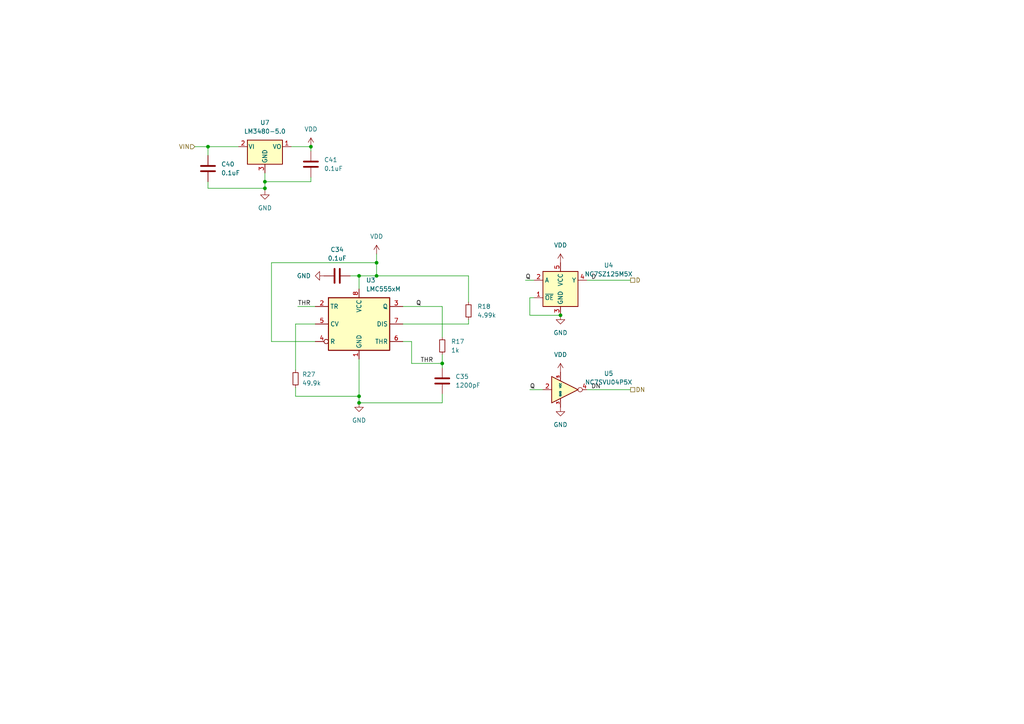
<source format=kicad_sch>
(kicad_sch (version 20211123) (generator eeschema)
  (paper "A4")
  (lib_symbols
    (symbol "74xGxx:NC7SVU04P5X"
      (property "Reference" "U" (at -2.54 5.08 0))
      (property "Value" "NC7SVU04P5X" (at 7.62 5.08 0))
      (symbol "NC7SVU04P5X_0_1"
        (polyline (pts (xy -2.54 3.81) (xy -2.54 -3.81) (xy 5.08 0) (xy -2.54 3.81)) (stroke (width 0.254)) (fill (type background)))
        (circle (center 5.715 0) (radius 0.635))
      )
      (symbol "NC7SVU04P5X_1_1"
        (pin no_connect line (at 5.08 0 180) (length 2.54) hide (name "NC") (number "1"))
        (pin input line (at -5.08 0 0) (length 2.54) (name "~") (number "2"))
        (pin power_in line (at 0 -5.08 90) (length 2.54) (name "GND") (number "3"))
        (pin output line (at 7.62 0 180) (length 1.27) (name "~") (number "4"))
        (pin power_in line (at 0 5.08 270) (length 2.54) (name "VCC") (number "5"))
      )
    )
    (symbol "74xGxx:NC7SZ125M5X"
      (property "Reference" "U" (at -5.08 6.35 0))
      (property "Value" "NC7SZ125M5X" (at 7.62 6.35 0))
      (symbol "NC7SZ125M5X_0_1"
        (rectangle (start -5.08 5.08) (end 5.08 -5.08) (stroke (width 0.254)) (fill (type background)))
      )
      (symbol "NC7SZ125M5X_1_1"
        (pin input line (at -7.62 -2.54 0) (length 2.54) (name "~{OE}") (number "1"))
        (pin input line (at -7.62 2.54 0) (length 2.54) (name "A") (number "2"))
        (pin power_in line (at 0 -7.62 90) (length 2.54) (name "GND") (number "3"))
        (pin output line (at 7.62 2.54 180) (length 2.54) (name "Y") (number "4"))
        (pin power_in line (at 0 7.62 270) (length 2.54) (name "VCC") (number "5"))
      )
    )
    (symbol "Device:C" (pin_numbers hide) (pin_names (offset 0.254))
      (property "Reference" "C" (at 0.635 2.54 0))
      (property "Value" "C" (at 0.635 -2.54 0))
      (symbol "C_0_1"
        (polyline (pts (xy -2.032 -0.762) (xy 2.032 -0.762)) (stroke (width 0.508)))
        (polyline (pts (xy -2.032 0.762) (xy 2.032 0.762)) (stroke (width 0.508)))
      )
      (symbol "C_1_1"
        (pin passive line (at 0 3.81 270) (length 2.794) (name "~") (number "1"))
        (pin passive line (at 0 -3.81 90) (length 2.794) (name "~") (number "2"))
      )
    )
    (symbol "Device:R_Small" (pin_numbers hide) (pin_names (offset 0.254) hide)
      (property "Reference" "R" (at 0.762 0.508 0))
      (property "Value" "R_Small" (at 0.762 -1.016 0))
      (symbol "R_Small_0_1"
        (rectangle (start -0.762 1.778) (end 0.762 -1.778) (stroke (width 0.2032)))
      )
      (symbol "R_Small_1_1"
        (pin passive line (at 0 2.54 270) (length 0.762) (name "~") (number "1"))
        (pin passive line (at 0 -2.54 90) (length 0.762) (name "~") (number "2"))
      )
    )
    (symbol "Regulator_Linear:LM3480-5.0" (pin_names (offset 0.254))
      (property "Reference" "U" (at -3.81 3.175 0))
      (property "Value" "LM3480-5.0" (at 0 3.175 0))
      (symbol "LM3480-5.0_0_1"
        (rectangle (start -5.08 1.905) (end 5.08 -5.08) (stroke (width 0.254)) (fill (type background)))
      )
      (symbol "LM3480-5.0_1_1"
        (pin power_out line (at 7.62 0 180) (length 2.54) (name "VO") (number "1"))
        (pin power_in line (at -7.62 0 0) (length 2.54) (name "VI") (number "2"))
        (pin power_in line (at 0 -7.62 90) (length 2.54) (name "GND") (number "3"))
      )
    )
    (symbol "Timer:LMC555xM"
      (property "Reference" "U" (at -10.16 8.89 0))
      (property "Value" "LMC555xM" (at 2.54 8.89 0))
      (symbol "LMC555xM_0_0"
        (pin power_in line (at 0 -10.16 90) (length 2.54) (name "GND") (number "1"))
        (pin power_in line (at 0 10.16 270) (length 2.54) (name "VCC") (number "8"))
      )
      (symbol "LMC555xM_0_1"
        (rectangle (start -8.89 -7.62) (end 8.89 7.62) (stroke (width 0.254)) (fill (type background)))
        (rectangle (start -8.89 -7.62) (end 8.89 7.62) (stroke (width 0.254)) (fill (type background)))
      )
      (symbol "LMC555xM_1_1"
        (pin input line (at -12.7 5.08 0) (length 3.81) (name "TR") (number "2"))
        (pin output line (at 12.7 5.08 180) (length 3.81) (name "Q") (number "3"))
        (pin input inverted (at -12.7 -5.08 0) (length 3.81) (name "R") (number "4"))
        (pin input line (at -12.7 0 0) (length 3.81) (name "CV") (number "5"))
        (pin input line (at 12.7 -5.08 180) (length 3.81) (name "THR") (number "6"))
        (pin input line (at 12.7 0 180) (length 3.81) (name "DIS") (number "7"))
      )
    )
    (symbol "power:GND" (power) (pin_names (offset 0))
      (property "Value" "GND" (at 0 -3.81 0))
      (symbol "GND_0_1"
        (polyline (pts (xy 0 0) (xy 0 -1.27) (xy 1.27 -1.27) (xy 0 -2.54) (xy -1.27 -1.27) (xy 0 -1.27)))
      )
      (symbol "GND_1_1"
        (pin power_in line (at 0 0 270) (length 0) hide (name "GND") (number "1"))
      )
    )
    (symbol "power:VDD" (power) (pin_names (offset 0))
      (property "Value" "VDD" (at 0 3.81 0))
      (symbol "VDD_0_1"
        (polyline (pts (xy -0.762 1.27) (xy 0 2.54)))
        (polyline (pts (xy 0 0) (xy 0 2.54)))
        (polyline (pts (xy 0 2.54) (xy 0.762 1.27)))
      )
      (symbol "VDD_1_1"
        (pin power_in line (at 0 0 90) (length 0) hide (name "VDD") (number "1"))
      )
    )
  )
  (junction (at 76.835 54.61))
  (junction (at 104.14 114.935))
  (junction (at 76.835 52.705))
  (junction (at 90.17 42.545))
  (junction (at 104.14 116.84))
  (junction (at 128.27 105.41))
  (junction (at 60.325 42.545))
  (junction (at 104.14 80.01))
  (junction (at 109.22 80.01))
  (junction (at 162.56 91.44))
  (junction (at 109.22 76.2))
  (wire (pts (xy 128.27 116.84) (xy 128.27 114.3)))
  (wire (pts (xy 90.17 52.705) (xy 76.835 52.705)))
  (wire (pts (xy 119.38 105.41) (xy 128.27 105.41)))
  (wire (pts (xy 60.325 42.545) (xy 69.215 42.545)))
  (wire (pts (xy 90.17 42.545) (xy 90.17 43.815)))
  (wire (pts (xy 78.74 76.2) (xy 109.22 76.2)))
  (wire (pts (xy 104.14 116.84) (xy 128.27 116.84)))
  (wire (pts (xy 119.38 99.06) (xy 119.38 105.41)))
  (wire (pts (xy 60.325 52.705) (xy 60.325 54.61)))
  (wire (pts (xy 60.325 54.61) (xy 76.835 54.61)))
  (wire (pts (xy 153.67 113.03) (xy 157.48 113.03)))
  (wire (pts (xy 60.325 42.545) (xy 60.325 45.085)))
  (wire (pts (xy 128.27 105.41) (xy 128.27 106.68)))
  (wire (pts (xy 76.835 50.165) (xy 76.835 52.705)))
  (wire (pts (xy 85.725 107.315) (xy 85.725 93.98)))
  (wire (pts (xy 128.27 97.79) (xy 128.27 88.9)))
  (wire (pts (xy 109.22 76.2) (xy 109.22 80.01)))
  (wire (pts (xy 85.725 112.395) (xy 85.725 114.935)))
  (wire (pts (xy 128.27 88.9) (xy 116.84 88.9)))
  (wire (pts (xy 116.84 99.06) (xy 119.38 99.06)))
  (wire (pts (xy 154.94 86.36) (xy 153.67 86.36)))
  (wire (pts (xy 152.4 81.28) (xy 154.94 81.28)))
  (wire (pts (xy 116.84 93.98) (xy 135.89 93.98)))
  (wire (pts (xy 128.27 105.41) (xy 128.27 102.87)))
  (wire (pts (xy 85.725 114.935) (xy 104.14 114.935)))
  (wire (pts (xy 101.6 80.01) (xy 104.14 80.01)))
  (wire (pts (xy 86.36 88.9) (xy 91.44 88.9)))
  (wire (pts (xy 78.74 99.06) (xy 78.74 76.2)))
  (wire (pts (xy 104.14 80.01) (xy 109.22 80.01)))
  (wire (pts (xy 135.89 93.98) (xy 135.89 92.71)))
  (wire (pts (xy 56.515 42.545) (xy 60.325 42.545)))
  (wire (pts (xy 153.67 86.36) (xy 153.67 91.44)))
  (wire (pts (xy 104.14 83.82) (xy 104.14 80.01)))
  (wire (pts (xy 85.725 93.98) (xy 91.44 93.98)))
  (wire (pts (xy 109.22 80.01) (xy 135.89 80.01)))
  (wire (pts (xy 170.18 113.03) (xy 182.88 113.03)))
  (wire (pts (xy 170.18 81.28) (xy 182.88 81.28)))
  (wire (pts (xy 109.22 73.66) (xy 109.22 76.2)))
  (wire (pts (xy 135.89 80.01) (xy 135.89 87.63)))
  (wire (pts (xy 76.835 52.705) (xy 76.835 54.61)))
  (wire (pts (xy 104.14 114.935) (xy 104.14 116.84)))
  (wire (pts (xy 91.44 99.06) (xy 78.74 99.06)))
  (wire (pts (xy 153.67 91.44) (xy 162.56 91.44)))
  (wire (pts (xy 90.17 51.435) (xy 90.17 52.705)))
  (wire (pts (xy 104.14 104.14) (xy 104.14 114.935)))
  (wire (pts (xy 76.835 54.61) (xy 76.835 55.245)))
  (wire (pts (xy 84.455 42.545) (xy 90.17 42.545)))
  (label "THR" (at 121.92 105.41 0))
  (label "DN" (at 171.45 113.03 0))
  (label "D" (at 171.45 81.28 0))
  (label "Q" (at 152.4 81.28 0))
  (label "Q" (at 120.65 88.9 0))
  (label "Q" (at 153.67 113.03 0))
  (label "THR" (at 86.36 88.9 0))
  (hierarchical_label "VIN" (shape input) (at 56.515 42.545 180))
  (hierarchical_label "DN" (shape passive) (at 182.88 113.03 0))
  (hierarchical_label "D" (shape passive) (at 182.88 81.28 0))
  (symbol (lib_id "Device:R_Small") (at 128.27 100.33 180) (unit 1)
    (property "Reference" "R17" (at 130.81 99.0599 0) (effects (justify right)))
    (property "Value" "1k" (at 130.81 101.5999 0) (effects (justify right)))
    (property "Footprint" "Resistor_SMD:R_0603_1608Metric_Pad0.98x0.95mm_HandSolder" (effects hide))
  )
  (symbol (lib_id "power:VDD") (at 162.56 107.95 0) (unit 1)
    (property "Reference" "#PWR022" (effects hide))
    (property "Value" "VDD" (at 162.56 102.87 0))
  )
  (symbol (lib_id "power:GND") (at 93.98 80.01 270) (unit 1)
    (property "Reference" "#PWR017" (effects hide))
    (property "Value" "GND" (at 90.17 80.0099 90) (effects (justify right)))
  )
  (symbol (lib_id "Device:C") (at 97.79 80.01 90) (unit 1)
    (property "Reference" "C34" (at 97.79 72.39 90))
    (property "Value" "0.1uF" (at 97.79 74.93 90))
    (property "Footprint" "Capacitor_SMD:C_0603_1608Metric_Pad1.08x0.95mm_HandSolder" (effects hide))
  )
  (symbol (lib_id "Device:C") (at 128.27 110.49 0) (unit 1)
    (property "Reference" "C35" (at 132.08 109.2199 0) (effects (justify left)))
    (property "Value" "1200pF" (at 132.08 111.7599 0) (effects (justify left)))
    (property "Footprint" "Capacitor_SMD:C_0805_2012Metric_Pad1.18x1.45mm_HandSolder" (effects hide))
  )
  (symbol (lib_id "power:GND") (at 162.56 118.11 0) (unit 1)
    (property "Reference" "#PWR023" (effects hide))
    (property "Value" "GND" (at 162.56 123.19 0))
  )
  (symbol (lib_id "74xGxx:NC7SVU04P5X") (at 162.56 113.03 0) (unit 1)
    (property "Reference" "U5" (at 176.53 108.331 0))
    (property "Value" "NC7SVU04P5X" (at 176.53 110.871 0))
    (property "Footprint" "Package_TO_SOT_SMD:SOT-353_SC-70-5" (effects hide))
    (property "Datasheet" "https://www.onsemi.com/pub/Collateral/NC7SVU04-D.pdf" (effects hide))
  )
  (symbol (lib_id "power:GND") (at 162.56 91.44 0) (unit 1)
    (property "Reference" "#PWR021" (effects hide))
    (property "Value" "GND" (at 162.56 96.52 0))
  )
  (symbol (lib_id "power:GND") (at 104.14 116.84 0) (unit 1)
    (property "Reference" "#PWR018" (effects hide))
    (property "Value" "GND" (at 104.14 121.92 0))
  )
  (symbol (lib_id "Device:C") (at 60.325 48.895 0) (unit 1)
    (property "Reference" "C40" (at 64.135 47.6249 0) (effects (justify left)))
    (property "Value" "0.1uF" (at 64.135 50.1649 0) (effects (justify left)))
    (property "Footprint" "Capacitor_SMD:C_0805_2012Metric_Pad1.18x1.45mm_HandSolder" (effects hide))
  )
  (symbol (lib_id "power:VDD") (at 162.56 76.2 0) (unit 1)
    (property "Reference" "#PWR020" (effects hide))
    (property "Value" "VDD" (at 162.56 71.12 0))
  )
  (symbol (lib_id "Device:R_Small") (at 135.89 90.17 180) (unit 1)
    (property "Reference" "R18" (at 138.43 88.8999 0) (effects (justify right)))
    (property "Value" "4.99k" (at 138.43 91.4399 0) (effects (justify right)))
    (property "Footprint" "Resistor_SMD:R_0603_1608Metric_Pad0.98x0.95mm_HandSolder" (effects hide))
  )
  (symbol (lib_id "power:VDD") (at 109.22 73.66 0) (unit 1)
    (property "Reference" "#PWR019" (effects hide))
    (property "Value" "VDD" (at 109.22 68.58 0))
  )
  (symbol (lib_id "Timer:LMC555xM") (at 104.14 93.98 0) (unit 1)
    (property "Reference" "U3" (at 106.1594 81.28 0) (effects (justify left)))
    (property "Value" "LMC555xM" (at 106.1594 83.82 0) (effects (justify left)))
    (property "Footprint" "Package_SO:SOIC-8_3.9x4.9mm_P1.27mm" (effects hide))
    (property "Datasheet" "http://www.ti.com/lit/ds/symlink/lmc555.pdf" (effects hide))
  )
  (symbol (lib_id "power:GND") (at 76.835 55.245 0) (unit 1)
    (property "Reference" "#PWR030" (effects hide))
    (property "Value" "GND" (at 76.835 60.325 0))
  )
  (symbol (lib_id "power:VDD") (at 90.17 42.545 0) (unit 1)
    (property "Reference" "#PWR031" (effects hide))
    (property "Value" "VDD" (at 90.17 37.465 0))
  )
  (symbol (lib_id "Device:R_Small") (at 85.725 109.855 180) (unit 1)
    (property "Reference" "R27" (at 87.63 108.5849 0) (effects (justify right)))
    (property "Value" "49.9k" (at 87.63 111.1249 0) (effects (justify right)))
    (property "Footprint" "Resistor_SMD:R_0603_1608Metric_Pad0.98x0.95mm_HandSolder" (effects hide))
  )
  (symbol (lib_id "74xGxx:NC7SZ125M5X") (at 162.56 83.82 0) (unit 1)
    (property "Reference" "U4" (at 176.53 76.9493 0))
    (property "Value" "NC7SZ125M5X" (at 176.53 79.4893 0))
    (property "Footprint" "Package_TO_SOT_SMD:SOT-23-5" (effects hide))
    (property "Datasheet" "https://www.onsemi.com/pdf/datasheet/nc7sz125-d.pdf" (effects hide))
  )
  (symbol (lib_id "Device:C") (at 90.17 47.625 0) (unit 1)
    (property "Reference" "C41" (at 93.98 46.3549 0) (effects (justify left)))
    (property "Value" "0.1uF" (at 93.98 48.8949 0) (effects (justify left)))
    (property "Footprint" "Capacitor_SMD:C_0805_2012Metric_Pad1.18x1.45mm_HandSolder" (effects hide))
  )
  (symbol (lib_id "Regulator_Linear:LM3480-5.0") (at 76.835 42.545 0) (unit 1)
    (property "Reference" "U7" (at 76.835 35.56 0))
    (property "Value" "LM3480-5.0" (at 76.835 38.1 0))
    (property "Footprint" "Package_TO_SOT_SMD:SOT-23" (effects hide))
    (property "Datasheet" "http://www.ti.com/lit/ds/symlink/lm3480.pdf" (effects hide))
  )
)
</source>
